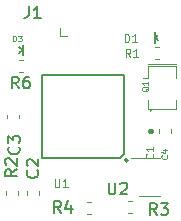
<source format=gto>
G04 #@! TF.GenerationSoftware,KiCad,Pcbnew,(5.1.5)-3*
G04 #@! TF.CreationDate,2020-04-21T17:30:06+02:00*
G04 #@! TF.ProjectId,Wegard_Logger,57656761-7264-45f4-9c6f-676765722e6b,rev?*
G04 #@! TF.SameCoordinates,Original*
G04 #@! TF.FileFunction,Legend,Top*
G04 #@! TF.FilePolarity,Positive*
%FSLAX46Y46*%
G04 Gerber Fmt 4.6, Leading zero omitted, Abs format (unit mm)*
G04 Created by KiCad (PCBNEW (5.1.5)-3) date 2020-04-21 17:30:06*
%MOMM*%
%LPD*%
G04 APERTURE LIST*
%ADD10C,0.120000*%
%ADD11C,0.203200*%
%ADD12C,0.150000*%
%ADD13C,0.381000*%
%ADD14C,0.100000*%
%ADD15C,0.096520*%
%ADD16C,0.060000*%
G04 APERTURE END LIST*
D10*
X154514121Y-107841141D02*
X152064121Y-107841141D01*
X152714121Y-111061141D02*
X154514121Y-111061141D01*
X148351021Y-112574800D02*
X148676579Y-112574800D01*
X148351021Y-111554800D02*
X148676579Y-111554800D01*
X151830821Y-112549400D02*
X152156379Y-112549400D01*
X151830821Y-111529400D02*
X152156379Y-111529400D01*
X142623000Y-104505979D02*
X142623000Y-104180421D01*
X141603000Y-104505979D02*
X141603000Y-104180421D01*
X142887919Y-99568538D02*
X142562361Y-99568538D01*
X142887919Y-100588538D02*
X142562361Y-100588538D01*
X141501400Y-110682821D02*
X141501400Y-111008379D01*
X142521400Y-110682821D02*
X142521400Y-111008379D01*
X154427135Y-98438247D02*
X154101577Y-98438247D01*
X154427135Y-99458247D02*
X154101577Y-99458247D01*
X144299400Y-110957579D02*
X144299400Y-110632021D01*
X143279400Y-110957579D02*
X143279400Y-110632021D01*
X154417300Y-105399621D02*
X154417300Y-105725179D01*
X155437300Y-105399621D02*
X155437300Y-105725179D01*
X146659600Y-97510600D02*
X146024600Y-97510600D01*
X146024600Y-97510600D02*
X146024600Y-96875600D01*
X153886000Y-99904800D02*
X153486000Y-99904800D01*
X153886000Y-100104800D02*
X153486000Y-100104800D01*
X153886000Y-103704800D02*
X153486000Y-103704800D01*
X155886000Y-99904800D02*
X153886000Y-99904800D01*
X153486000Y-101104800D02*
X153086000Y-101104800D01*
X153486000Y-101104800D02*
X153486000Y-100104800D01*
X153886000Y-100104800D02*
X155886000Y-100104800D01*
X155886000Y-100104800D02*
X155886000Y-101104800D01*
X155886000Y-102904800D02*
X155886000Y-103704800D01*
X155886000Y-103704800D02*
X153886000Y-103704800D01*
X153486000Y-103704800D02*
X153486000Y-102904800D01*
D11*
X142897518Y-98689160D02*
X142602918Y-98496160D01*
X142912918Y-98714560D02*
X142602918Y-98948360D01*
X142912918Y-98254560D02*
X142912918Y-98714560D01*
X142912918Y-99174560D02*
X142912918Y-98714560D01*
X154086896Y-97688400D02*
X154381496Y-97881400D01*
X154071496Y-97663000D02*
X154381496Y-97429200D01*
X154071496Y-98123000D02*
X154071496Y-97663000D01*
X154071496Y-97203000D02*
X154071496Y-97663000D01*
X151803100Y-108051600D02*
G75*
G03X151803100Y-108051600I-152400J0D01*
G01*
X151143100Y-107873600D02*
X151498100Y-107518600D01*
X151143100Y-107873600D02*
X144488100Y-107873600D01*
X151498100Y-100863600D02*
X151498100Y-107518600D01*
X144488100Y-100863600D02*
X151498100Y-100863600D01*
X144488100Y-107873600D02*
X144488100Y-100863600D01*
D12*
X153758100Y-103862400D02*
G75*
G03X153758100Y-103862400I-50000J0D01*
G01*
D13*
X153680160Y-105562400D02*
X153736040Y-105562400D01*
D12*
X150164895Y-109942380D02*
X150164895Y-110751904D01*
X150212514Y-110847142D01*
X150260133Y-110894761D01*
X150355371Y-110942380D01*
X150545847Y-110942380D01*
X150641085Y-110894761D01*
X150688704Y-110847142D01*
X150736323Y-110751904D01*
X150736323Y-109942380D01*
X151164895Y-110037619D02*
X151212514Y-109990000D01*
X151307752Y-109942380D01*
X151545847Y-109942380D01*
X151641085Y-109990000D01*
X151688704Y-110037619D01*
X151736323Y-110132857D01*
X151736323Y-110228095D01*
X151688704Y-110370952D01*
X151117276Y-110942380D01*
X151736323Y-110942380D01*
X146111933Y-112491780D02*
X145778600Y-112015590D01*
X145540504Y-112491780D02*
X145540504Y-111491780D01*
X145921457Y-111491780D01*
X146016695Y-111539400D01*
X146064314Y-111587019D01*
X146111933Y-111682257D01*
X146111933Y-111825114D01*
X146064314Y-111920352D01*
X146016695Y-111967971D01*
X145921457Y-112015590D01*
X145540504Y-112015590D01*
X146969076Y-111825114D02*
X146969076Y-112491780D01*
X146730980Y-111444161D02*
X146492885Y-112158447D01*
X147111933Y-112158447D01*
X154239933Y-112669580D02*
X153906600Y-112193390D01*
X153668504Y-112669580D02*
X153668504Y-111669580D01*
X154049457Y-111669580D01*
X154144695Y-111717200D01*
X154192314Y-111764819D01*
X154239933Y-111860057D01*
X154239933Y-112002914D01*
X154192314Y-112098152D01*
X154144695Y-112145771D01*
X154049457Y-112193390D01*
X153668504Y-112193390D01*
X154573266Y-111669580D02*
X155192314Y-111669580D01*
X154858980Y-112050533D01*
X155001838Y-112050533D01*
X155097076Y-112098152D01*
X155144695Y-112145771D01*
X155192314Y-112241009D01*
X155192314Y-112479104D01*
X155144695Y-112574342D01*
X155097076Y-112621961D01*
X155001838Y-112669580D01*
X154716123Y-112669580D01*
X154620885Y-112621961D01*
X154573266Y-112574342D01*
X142557142Y-106916666D02*
X142604761Y-106964285D01*
X142652380Y-107107142D01*
X142652380Y-107202380D01*
X142604761Y-107345238D01*
X142509523Y-107440476D01*
X142414285Y-107488095D01*
X142223809Y-107535714D01*
X142080952Y-107535714D01*
X141890476Y-107488095D01*
X141795238Y-107440476D01*
X141700000Y-107345238D01*
X141652380Y-107202380D01*
X141652380Y-107107142D01*
X141700000Y-106964285D01*
X141747619Y-106916666D01*
X141652380Y-106583333D02*
X141652380Y-105964285D01*
X142033333Y-106297619D01*
X142033333Y-106154761D01*
X142080952Y-106059523D01*
X142128571Y-106011904D01*
X142223809Y-105964285D01*
X142461904Y-105964285D01*
X142557142Y-106011904D01*
X142604761Y-106059523D01*
X142652380Y-106154761D01*
X142652380Y-106440476D01*
X142604761Y-106535714D01*
X142557142Y-106583333D01*
X142558473Y-101960918D02*
X142225140Y-101484728D01*
X141987044Y-101960918D02*
X141987044Y-100960918D01*
X142367997Y-100960918D01*
X142463235Y-101008538D01*
X142510854Y-101056157D01*
X142558473Y-101151395D01*
X142558473Y-101294252D01*
X142510854Y-101389490D01*
X142463235Y-101437109D01*
X142367997Y-101484728D01*
X141987044Y-101484728D01*
X143415616Y-100960918D02*
X143225140Y-100960918D01*
X143129901Y-101008538D01*
X143082282Y-101056157D01*
X142987044Y-101199014D01*
X142939425Y-101389490D01*
X142939425Y-101770442D01*
X142987044Y-101865680D01*
X143034663Y-101913299D01*
X143129901Y-101960918D01*
X143320378Y-101960918D01*
X143415616Y-101913299D01*
X143463235Y-101865680D01*
X143510854Y-101770442D01*
X143510854Y-101532347D01*
X143463235Y-101437109D01*
X143415616Y-101389490D01*
X143320378Y-101341871D01*
X143129901Y-101341871D01*
X143034663Y-101389490D01*
X142987044Y-101437109D01*
X142939425Y-101532347D01*
X142412980Y-108827866D02*
X141936790Y-109161200D01*
X142412980Y-109399295D02*
X141412980Y-109399295D01*
X141412980Y-109018342D01*
X141460600Y-108923104D01*
X141508219Y-108875485D01*
X141603457Y-108827866D01*
X141746314Y-108827866D01*
X141841552Y-108875485D01*
X141889171Y-108923104D01*
X141936790Y-109018342D01*
X141936790Y-109399295D01*
X141508219Y-108446914D02*
X141460600Y-108399295D01*
X141412980Y-108304057D01*
X141412980Y-108065961D01*
X141460600Y-107970723D01*
X141508219Y-107923104D01*
X141603457Y-107875485D01*
X141698695Y-107875485D01*
X141841552Y-107923104D01*
X142412980Y-108494533D01*
X142412980Y-107875485D01*
D14*
X152003933Y-99300466D02*
X151770600Y-98967133D01*
X151603933Y-99300466D02*
X151603933Y-98600466D01*
X151870600Y-98600466D01*
X151937266Y-98633800D01*
X151970600Y-98667133D01*
X152003933Y-98733800D01*
X152003933Y-98833800D01*
X151970600Y-98900466D01*
X151937266Y-98933800D01*
X151870600Y-98967133D01*
X151603933Y-98967133D01*
X152670600Y-99300466D02*
X152270600Y-99300466D01*
X152470600Y-99300466D02*
X152470600Y-98600466D01*
X152403933Y-98700466D01*
X152337266Y-98767133D01*
X152270600Y-98800466D01*
D12*
X144121142Y-108904066D02*
X144168761Y-108951685D01*
X144216380Y-109094542D01*
X144216380Y-109189780D01*
X144168761Y-109332638D01*
X144073523Y-109427876D01*
X143978285Y-109475495D01*
X143787809Y-109523114D01*
X143644952Y-109523114D01*
X143454476Y-109475495D01*
X143359238Y-109427876D01*
X143264000Y-109332638D01*
X143216380Y-109189780D01*
X143216380Y-109094542D01*
X143264000Y-108951685D01*
X143311619Y-108904066D01*
X143311619Y-108523114D02*
X143264000Y-108475495D01*
X143216380Y-108380257D01*
X143216380Y-108142161D01*
X143264000Y-108046923D01*
X143311619Y-107999304D01*
X143406857Y-107951685D01*
X143502095Y-107951685D01*
X143644952Y-107999304D01*
X144216380Y-108570733D01*
X144216380Y-107951685D01*
D14*
X155093171Y-107626933D02*
X155116980Y-107650742D01*
X155140790Y-107722171D01*
X155140790Y-107769790D01*
X155116980Y-107841219D01*
X155069361Y-107888838D01*
X155021742Y-107912647D01*
X154926504Y-107936457D01*
X154855076Y-107936457D01*
X154759838Y-107912647D01*
X154712219Y-107888838D01*
X154664600Y-107841219D01*
X154640790Y-107769790D01*
X154640790Y-107722171D01*
X154664600Y-107650742D01*
X154688409Y-107626933D01*
X154807457Y-107198361D02*
X155140790Y-107198361D01*
X154616980Y-107317409D02*
X154974123Y-107436457D01*
X154974123Y-107126933D01*
D12*
X143405266Y-95007180D02*
X143405266Y-95721466D01*
X143357647Y-95864323D01*
X143262409Y-95959561D01*
X143119552Y-96007180D01*
X143024314Y-96007180D01*
X144405266Y-96007180D02*
X143833838Y-96007180D01*
X144119552Y-96007180D02*
X144119552Y-95007180D01*
X144024314Y-95150038D01*
X143929076Y-95245276D01*
X143833838Y-95292895D01*
D14*
X153534869Y-101833037D02*
X153511060Y-101880656D01*
X153463440Y-101928275D01*
X153392012Y-101999703D01*
X153368202Y-102047322D01*
X153368202Y-102094941D01*
X153487250Y-102071132D02*
X153463440Y-102118751D01*
X153415821Y-102166370D01*
X153320583Y-102190179D01*
X153153917Y-102190179D01*
X153058679Y-102166370D01*
X153011060Y-102118751D01*
X152987250Y-102071132D01*
X152987250Y-101975894D01*
X153011060Y-101928275D01*
X153058679Y-101880656D01*
X153153917Y-101856846D01*
X153320583Y-101856846D01*
X153415821Y-101880656D01*
X153463440Y-101928275D01*
X153487250Y-101975894D01*
X153487250Y-102071132D01*
X153487250Y-101380656D02*
X153487250Y-101666370D01*
X153487250Y-101523513D02*
X152987250Y-101523513D01*
X153058679Y-101571132D01*
X153106298Y-101618751D01*
X153130107Y-101666370D01*
D15*
X142035703Y-97992250D02*
X142035703Y-97492250D01*
X142154751Y-97492250D01*
X142226179Y-97516060D01*
X142273798Y-97563679D01*
X142297608Y-97611298D01*
X142321417Y-97706536D01*
X142321417Y-97777964D01*
X142297608Y-97873202D01*
X142273798Y-97920821D01*
X142226179Y-97968440D01*
X142154751Y-97992250D01*
X142035703Y-97992250D01*
X142488084Y-97492250D02*
X142797608Y-97492250D01*
X142630941Y-97682726D01*
X142702370Y-97682726D01*
X142749989Y-97706536D01*
X142773798Y-97730345D01*
X142797608Y-97777964D01*
X142797608Y-97897012D01*
X142773798Y-97944631D01*
X142749989Y-97968440D01*
X142702370Y-97992250D01*
X142559513Y-97992250D01*
X142511894Y-97968440D01*
X142488084Y-97944631D01*
D14*
X151516000Y-98050266D02*
X151516000Y-97350266D01*
X151682666Y-97350266D01*
X151782666Y-97383600D01*
X151849333Y-97450266D01*
X151882666Y-97516933D01*
X151916000Y-97650266D01*
X151916000Y-97750266D01*
X151882666Y-97883600D01*
X151849333Y-97950266D01*
X151782666Y-98016933D01*
X151682666Y-98050266D01*
X151516000Y-98050266D01*
X152582666Y-98050266D02*
X152182666Y-98050266D01*
X152382666Y-98050266D02*
X152382666Y-97350266D01*
X152316000Y-97450266D01*
X152249333Y-97516933D01*
X152182666Y-97550266D01*
X145589866Y-109643866D02*
X145589866Y-110210533D01*
X145623200Y-110277200D01*
X145656533Y-110310533D01*
X145723200Y-110343866D01*
X145856533Y-110343866D01*
X145923200Y-110310533D01*
X145956533Y-110277200D01*
X145989866Y-110210533D01*
X145989866Y-109643866D01*
X146689866Y-110343866D02*
X146289866Y-110343866D01*
X146489866Y-110343866D02*
X146489866Y-109643866D01*
X146423200Y-109743866D01*
X146356533Y-109810533D01*
X146289866Y-109843866D01*
D16*
X153889085Y-107526885D02*
X153917657Y-107555457D01*
X153946228Y-107641171D01*
X153946228Y-107698314D01*
X153917657Y-107784028D01*
X153860514Y-107841171D01*
X153803371Y-107869742D01*
X153689085Y-107898314D01*
X153603371Y-107898314D01*
X153489085Y-107869742D01*
X153431942Y-107841171D01*
X153374800Y-107784028D01*
X153346228Y-107698314D01*
X153346228Y-107641171D01*
X153374800Y-107555457D01*
X153403371Y-107526885D01*
X153946228Y-106955457D02*
X153946228Y-107298314D01*
X153946228Y-107126885D02*
X153346228Y-107126885D01*
X153431942Y-107184028D01*
X153489085Y-107241171D01*
X153517657Y-107298314D01*
M02*

</source>
